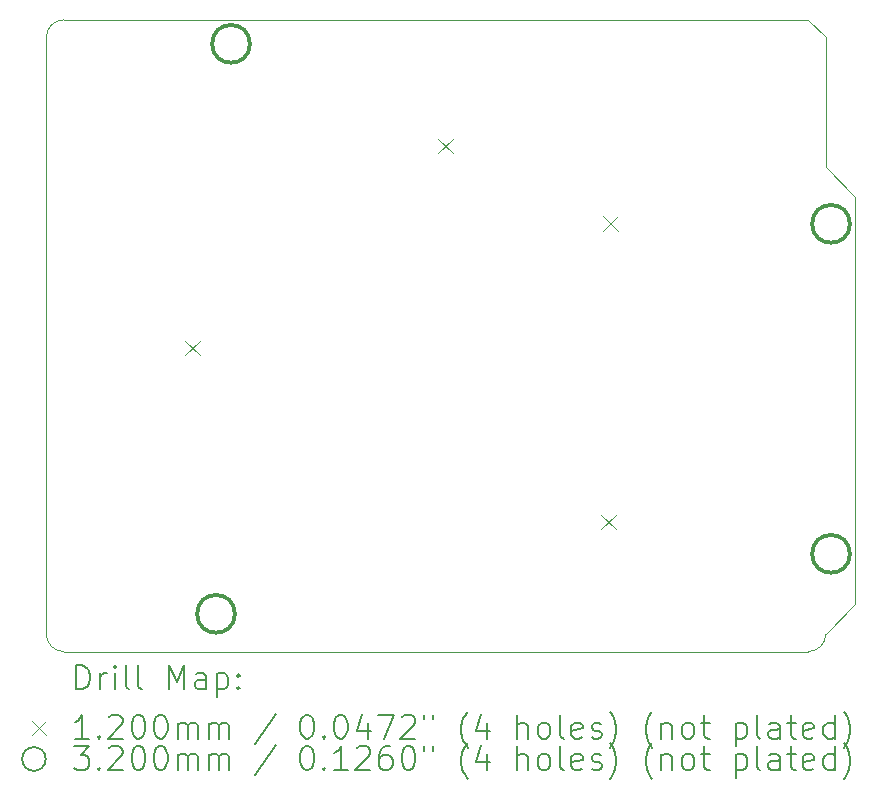
<source format=gbr>
%TF.GenerationSoftware,KiCad,Pcbnew,8.0.2*%
%TF.CreationDate,2025-02-02T01:14:49-07:00*%
%TF.ProjectId,drs,6472732e-6b69-4636-9164-5f7063625858,v1*%
%TF.SameCoordinates,Original*%
%TF.FileFunction,Drillmap*%
%TF.FilePolarity,Positive*%
%FSLAX45Y45*%
G04 Gerber Fmt 4.5, Leading zero omitted, Abs format (unit mm)*
G04 Created by KiCad (PCBNEW 8.0.2) date 2025-02-02 01:14:49*
%MOMM*%
%LPD*%
G01*
G04 APERTURE LIST*
%ADD10C,0.100000*%
%ADD11C,0.200000*%
%ADD12C,0.120000*%
%ADD13C,0.320000*%
G04 APERTURE END LIST*
D10*
X18300000Y-8450000D02*
X18300000Y-9050000D01*
X18050000Y-7100000D02*
X18050000Y-8200000D01*
X18050000Y-12150000D02*
G75*
G02*
X17900000Y-12300000I-150000J0D01*
G01*
X18300000Y-11900000D02*
X18050000Y-12150000D01*
X17900000Y-6950000D02*
X18050000Y-7100000D01*
X11600000Y-6950000D02*
X17900000Y-6950000D01*
X11450000Y-7100000D02*
G75*
G02*
X11600000Y-6950000I150000J0D01*
G01*
X18050000Y-8200000D02*
X18300000Y-8450000D01*
X11450000Y-7100000D02*
X11450000Y-12150000D01*
X17900000Y-12300000D02*
X11600000Y-12300000D01*
X11600000Y-12300000D02*
G75*
G02*
X11450000Y-12150000I0J150000D01*
G01*
X18300000Y-9050000D02*
X18300000Y-11900000D01*
D11*
D12*
X12627500Y-9670000D02*
X12747500Y-9790000D01*
X12747500Y-9670000D02*
X12627500Y-9790000D01*
X14770000Y-7960000D02*
X14890000Y-8080000D01*
X14890000Y-7960000D02*
X14770000Y-8080000D01*
X16150000Y-11140000D02*
X16270000Y-11260000D01*
X16270000Y-11140000D02*
X16150000Y-11260000D01*
X16167500Y-8615000D02*
X16287500Y-8735000D01*
X16287500Y-8615000D02*
X16167500Y-8735000D01*
D13*
X13047000Y-11980000D02*
G75*
G02*
X12727000Y-11980000I-160000J0D01*
G01*
X12727000Y-11980000D02*
G75*
G02*
X13047000Y-11980000I160000J0D01*
G01*
X13174000Y-7154000D02*
G75*
G02*
X12854000Y-7154000I-160000J0D01*
G01*
X12854000Y-7154000D02*
G75*
G02*
X13174000Y-7154000I160000J0D01*
G01*
X18254000Y-8678000D02*
G75*
G02*
X17934000Y-8678000I-160000J0D01*
G01*
X17934000Y-8678000D02*
G75*
G02*
X18254000Y-8678000I160000J0D01*
G01*
X18254000Y-11472000D02*
G75*
G02*
X17934000Y-11472000I-160000J0D01*
G01*
X17934000Y-11472000D02*
G75*
G02*
X18254000Y-11472000I160000J0D01*
G01*
D11*
X11705777Y-12616484D02*
X11705777Y-12416484D01*
X11705777Y-12416484D02*
X11753396Y-12416484D01*
X11753396Y-12416484D02*
X11781967Y-12426008D01*
X11781967Y-12426008D02*
X11801015Y-12445055D01*
X11801015Y-12445055D02*
X11810539Y-12464103D01*
X11810539Y-12464103D02*
X11820062Y-12502198D01*
X11820062Y-12502198D02*
X11820062Y-12530769D01*
X11820062Y-12530769D02*
X11810539Y-12568865D01*
X11810539Y-12568865D02*
X11801015Y-12587912D01*
X11801015Y-12587912D02*
X11781967Y-12606960D01*
X11781967Y-12606960D02*
X11753396Y-12616484D01*
X11753396Y-12616484D02*
X11705777Y-12616484D01*
X11905777Y-12616484D02*
X11905777Y-12483150D01*
X11905777Y-12521246D02*
X11915301Y-12502198D01*
X11915301Y-12502198D02*
X11924824Y-12492674D01*
X11924824Y-12492674D02*
X11943872Y-12483150D01*
X11943872Y-12483150D02*
X11962920Y-12483150D01*
X12029586Y-12616484D02*
X12029586Y-12483150D01*
X12029586Y-12416484D02*
X12020062Y-12426008D01*
X12020062Y-12426008D02*
X12029586Y-12435531D01*
X12029586Y-12435531D02*
X12039110Y-12426008D01*
X12039110Y-12426008D02*
X12029586Y-12416484D01*
X12029586Y-12416484D02*
X12029586Y-12435531D01*
X12153396Y-12616484D02*
X12134348Y-12606960D01*
X12134348Y-12606960D02*
X12124824Y-12587912D01*
X12124824Y-12587912D02*
X12124824Y-12416484D01*
X12258158Y-12616484D02*
X12239110Y-12606960D01*
X12239110Y-12606960D02*
X12229586Y-12587912D01*
X12229586Y-12587912D02*
X12229586Y-12416484D01*
X12486729Y-12616484D02*
X12486729Y-12416484D01*
X12486729Y-12416484D02*
X12553396Y-12559341D01*
X12553396Y-12559341D02*
X12620062Y-12416484D01*
X12620062Y-12416484D02*
X12620062Y-12616484D01*
X12801015Y-12616484D02*
X12801015Y-12511722D01*
X12801015Y-12511722D02*
X12791491Y-12492674D01*
X12791491Y-12492674D02*
X12772443Y-12483150D01*
X12772443Y-12483150D02*
X12734348Y-12483150D01*
X12734348Y-12483150D02*
X12715301Y-12492674D01*
X12801015Y-12606960D02*
X12781967Y-12616484D01*
X12781967Y-12616484D02*
X12734348Y-12616484D01*
X12734348Y-12616484D02*
X12715301Y-12606960D01*
X12715301Y-12606960D02*
X12705777Y-12587912D01*
X12705777Y-12587912D02*
X12705777Y-12568865D01*
X12705777Y-12568865D02*
X12715301Y-12549817D01*
X12715301Y-12549817D02*
X12734348Y-12540293D01*
X12734348Y-12540293D02*
X12781967Y-12540293D01*
X12781967Y-12540293D02*
X12801015Y-12530769D01*
X12896253Y-12483150D02*
X12896253Y-12683150D01*
X12896253Y-12492674D02*
X12915301Y-12483150D01*
X12915301Y-12483150D02*
X12953396Y-12483150D01*
X12953396Y-12483150D02*
X12972443Y-12492674D01*
X12972443Y-12492674D02*
X12981967Y-12502198D01*
X12981967Y-12502198D02*
X12991491Y-12521246D01*
X12991491Y-12521246D02*
X12991491Y-12578388D01*
X12991491Y-12578388D02*
X12981967Y-12597436D01*
X12981967Y-12597436D02*
X12972443Y-12606960D01*
X12972443Y-12606960D02*
X12953396Y-12616484D01*
X12953396Y-12616484D02*
X12915301Y-12616484D01*
X12915301Y-12616484D02*
X12896253Y-12606960D01*
X13077205Y-12597436D02*
X13086729Y-12606960D01*
X13086729Y-12606960D02*
X13077205Y-12616484D01*
X13077205Y-12616484D02*
X13067682Y-12606960D01*
X13067682Y-12606960D02*
X13077205Y-12597436D01*
X13077205Y-12597436D02*
X13077205Y-12616484D01*
X13077205Y-12492674D02*
X13086729Y-12502198D01*
X13086729Y-12502198D02*
X13077205Y-12511722D01*
X13077205Y-12511722D02*
X13067682Y-12502198D01*
X13067682Y-12502198D02*
X13077205Y-12492674D01*
X13077205Y-12492674D02*
X13077205Y-12511722D01*
D12*
X11325000Y-12885000D02*
X11445000Y-13005000D01*
X11445000Y-12885000D02*
X11325000Y-13005000D01*
D11*
X11810539Y-13036484D02*
X11696253Y-13036484D01*
X11753396Y-13036484D02*
X11753396Y-12836484D01*
X11753396Y-12836484D02*
X11734348Y-12865055D01*
X11734348Y-12865055D02*
X11715301Y-12884103D01*
X11715301Y-12884103D02*
X11696253Y-12893627D01*
X11896253Y-13017436D02*
X11905777Y-13026960D01*
X11905777Y-13026960D02*
X11896253Y-13036484D01*
X11896253Y-13036484D02*
X11886729Y-13026960D01*
X11886729Y-13026960D02*
X11896253Y-13017436D01*
X11896253Y-13017436D02*
X11896253Y-13036484D01*
X11981967Y-12855531D02*
X11991491Y-12846008D01*
X11991491Y-12846008D02*
X12010539Y-12836484D01*
X12010539Y-12836484D02*
X12058158Y-12836484D01*
X12058158Y-12836484D02*
X12077205Y-12846008D01*
X12077205Y-12846008D02*
X12086729Y-12855531D01*
X12086729Y-12855531D02*
X12096253Y-12874579D01*
X12096253Y-12874579D02*
X12096253Y-12893627D01*
X12096253Y-12893627D02*
X12086729Y-12922198D01*
X12086729Y-12922198D02*
X11972443Y-13036484D01*
X11972443Y-13036484D02*
X12096253Y-13036484D01*
X12220062Y-12836484D02*
X12239110Y-12836484D01*
X12239110Y-12836484D02*
X12258158Y-12846008D01*
X12258158Y-12846008D02*
X12267682Y-12855531D01*
X12267682Y-12855531D02*
X12277205Y-12874579D01*
X12277205Y-12874579D02*
X12286729Y-12912674D01*
X12286729Y-12912674D02*
X12286729Y-12960293D01*
X12286729Y-12960293D02*
X12277205Y-12998388D01*
X12277205Y-12998388D02*
X12267682Y-13017436D01*
X12267682Y-13017436D02*
X12258158Y-13026960D01*
X12258158Y-13026960D02*
X12239110Y-13036484D01*
X12239110Y-13036484D02*
X12220062Y-13036484D01*
X12220062Y-13036484D02*
X12201015Y-13026960D01*
X12201015Y-13026960D02*
X12191491Y-13017436D01*
X12191491Y-13017436D02*
X12181967Y-12998388D01*
X12181967Y-12998388D02*
X12172443Y-12960293D01*
X12172443Y-12960293D02*
X12172443Y-12912674D01*
X12172443Y-12912674D02*
X12181967Y-12874579D01*
X12181967Y-12874579D02*
X12191491Y-12855531D01*
X12191491Y-12855531D02*
X12201015Y-12846008D01*
X12201015Y-12846008D02*
X12220062Y-12836484D01*
X12410539Y-12836484D02*
X12429586Y-12836484D01*
X12429586Y-12836484D02*
X12448634Y-12846008D01*
X12448634Y-12846008D02*
X12458158Y-12855531D01*
X12458158Y-12855531D02*
X12467682Y-12874579D01*
X12467682Y-12874579D02*
X12477205Y-12912674D01*
X12477205Y-12912674D02*
X12477205Y-12960293D01*
X12477205Y-12960293D02*
X12467682Y-12998388D01*
X12467682Y-12998388D02*
X12458158Y-13017436D01*
X12458158Y-13017436D02*
X12448634Y-13026960D01*
X12448634Y-13026960D02*
X12429586Y-13036484D01*
X12429586Y-13036484D02*
X12410539Y-13036484D01*
X12410539Y-13036484D02*
X12391491Y-13026960D01*
X12391491Y-13026960D02*
X12381967Y-13017436D01*
X12381967Y-13017436D02*
X12372443Y-12998388D01*
X12372443Y-12998388D02*
X12362920Y-12960293D01*
X12362920Y-12960293D02*
X12362920Y-12912674D01*
X12362920Y-12912674D02*
X12372443Y-12874579D01*
X12372443Y-12874579D02*
X12381967Y-12855531D01*
X12381967Y-12855531D02*
X12391491Y-12846008D01*
X12391491Y-12846008D02*
X12410539Y-12836484D01*
X12562920Y-13036484D02*
X12562920Y-12903150D01*
X12562920Y-12922198D02*
X12572443Y-12912674D01*
X12572443Y-12912674D02*
X12591491Y-12903150D01*
X12591491Y-12903150D02*
X12620063Y-12903150D01*
X12620063Y-12903150D02*
X12639110Y-12912674D01*
X12639110Y-12912674D02*
X12648634Y-12931722D01*
X12648634Y-12931722D02*
X12648634Y-13036484D01*
X12648634Y-12931722D02*
X12658158Y-12912674D01*
X12658158Y-12912674D02*
X12677205Y-12903150D01*
X12677205Y-12903150D02*
X12705777Y-12903150D01*
X12705777Y-12903150D02*
X12724824Y-12912674D01*
X12724824Y-12912674D02*
X12734348Y-12931722D01*
X12734348Y-12931722D02*
X12734348Y-13036484D01*
X12829586Y-13036484D02*
X12829586Y-12903150D01*
X12829586Y-12922198D02*
X12839110Y-12912674D01*
X12839110Y-12912674D02*
X12858158Y-12903150D01*
X12858158Y-12903150D02*
X12886729Y-12903150D01*
X12886729Y-12903150D02*
X12905777Y-12912674D01*
X12905777Y-12912674D02*
X12915301Y-12931722D01*
X12915301Y-12931722D02*
X12915301Y-13036484D01*
X12915301Y-12931722D02*
X12924824Y-12912674D01*
X12924824Y-12912674D02*
X12943872Y-12903150D01*
X12943872Y-12903150D02*
X12972443Y-12903150D01*
X12972443Y-12903150D02*
X12991491Y-12912674D01*
X12991491Y-12912674D02*
X13001015Y-12931722D01*
X13001015Y-12931722D02*
X13001015Y-13036484D01*
X13391491Y-12826960D02*
X13220063Y-13084103D01*
X13648634Y-12836484D02*
X13667682Y-12836484D01*
X13667682Y-12836484D02*
X13686729Y-12846008D01*
X13686729Y-12846008D02*
X13696253Y-12855531D01*
X13696253Y-12855531D02*
X13705777Y-12874579D01*
X13705777Y-12874579D02*
X13715301Y-12912674D01*
X13715301Y-12912674D02*
X13715301Y-12960293D01*
X13715301Y-12960293D02*
X13705777Y-12998388D01*
X13705777Y-12998388D02*
X13696253Y-13017436D01*
X13696253Y-13017436D02*
X13686729Y-13026960D01*
X13686729Y-13026960D02*
X13667682Y-13036484D01*
X13667682Y-13036484D02*
X13648634Y-13036484D01*
X13648634Y-13036484D02*
X13629586Y-13026960D01*
X13629586Y-13026960D02*
X13620063Y-13017436D01*
X13620063Y-13017436D02*
X13610539Y-12998388D01*
X13610539Y-12998388D02*
X13601015Y-12960293D01*
X13601015Y-12960293D02*
X13601015Y-12912674D01*
X13601015Y-12912674D02*
X13610539Y-12874579D01*
X13610539Y-12874579D02*
X13620063Y-12855531D01*
X13620063Y-12855531D02*
X13629586Y-12846008D01*
X13629586Y-12846008D02*
X13648634Y-12836484D01*
X13801015Y-13017436D02*
X13810539Y-13026960D01*
X13810539Y-13026960D02*
X13801015Y-13036484D01*
X13801015Y-13036484D02*
X13791491Y-13026960D01*
X13791491Y-13026960D02*
X13801015Y-13017436D01*
X13801015Y-13017436D02*
X13801015Y-13036484D01*
X13934348Y-12836484D02*
X13953396Y-12836484D01*
X13953396Y-12836484D02*
X13972444Y-12846008D01*
X13972444Y-12846008D02*
X13981967Y-12855531D01*
X13981967Y-12855531D02*
X13991491Y-12874579D01*
X13991491Y-12874579D02*
X14001015Y-12912674D01*
X14001015Y-12912674D02*
X14001015Y-12960293D01*
X14001015Y-12960293D02*
X13991491Y-12998388D01*
X13991491Y-12998388D02*
X13981967Y-13017436D01*
X13981967Y-13017436D02*
X13972444Y-13026960D01*
X13972444Y-13026960D02*
X13953396Y-13036484D01*
X13953396Y-13036484D02*
X13934348Y-13036484D01*
X13934348Y-13036484D02*
X13915301Y-13026960D01*
X13915301Y-13026960D02*
X13905777Y-13017436D01*
X13905777Y-13017436D02*
X13896253Y-12998388D01*
X13896253Y-12998388D02*
X13886729Y-12960293D01*
X13886729Y-12960293D02*
X13886729Y-12912674D01*
X13886729Y-12912674D02*
X13896253Y-12874579D01*
X13896253Y-12874579D02*
X13905777Y-12855531D01*
X13905777Y-12855531D02*
X13915301Y-12846008D01*
X13915301Y-12846008D02*
X13934348Y-12836484D01*
X14172444Y-12903150D02*
X14172444Y-13036484D01*
X14124825Y-12826960D02*
X14077206Y-12969817D01*
X14077206Y-12969817D02*
X14201015Y-12969817D01*
X14258158Y-12836484D02*
X14391491Y-12836484D01*
X14391491Y-12836484D02*
X14305777Y-13036484D01*
X14458158Y-12855531D02*
X14467682Y-12846008D01*
X14467682Y-12846008D02*
X14486729Y-12836484D01*
X14486729Y-12836484D02*
X14534348Y-12836484D01*
X14534348Y-12836484D02*
X14553396Y-12846008D01*
X14553396Y-12846008D02*
X14562920Y-12855531D01*
X14562920Y-12855531D02*
X14572444Y-12874579D01*
X14572444Y-12874579D02*
X14572444Y-12893627D01*
X14572444Y-12893627D02*
X14562920Y-12922198D01*
X14562920Y-12922198D02*
X14448634Y-13036484D01*
X14448634Y-13036484D02*
X14572444Y-13036484D01*
X14648634Y-12836484D02*
X14648634Y-12874579D01*
X14724825Y-12836484D02*
X14724825Y-12874579D01*
X15020063Y-13112674D02*
X15010539Y-13103150D01*
X15010539Y-13103150D02*
X14991491Y-13074579D01*
X14991491Y-13074579D02*
X14981968Y-13055531D01*
X14981968Y-13055531D02*
X14972444Y-13026960D01*
X14972444Y-13026960D02*
X14962920Y-12979341D01*
X14962920Y-12979341D02*
X14962920Y-12941246D01*
X14962920Y-12941246D02*
X14972444Y-12893627D01*
X14972444Y-12893627D02*
X14981968Y-12865055D01*
X14981968Y-12865055D02*
X14991491Y-12846008D01*
X14991491Y-12846008D02*
X15010539Y-12817436D01*
X15010539Y-12817436D02*
X15020063Y-12807912D01*
X15181968Y-12903150D02*
X15181968Y-13036484D01*
X15134348Y-12826960D02*
X15086729Y-12969817D01*
X15086729Y-12969817D02*
X15210539Y-12969817D01*
X15439110Y-13036484D02*
X15439110Y-12836484D01*
X15524825Y-13036484D02*
X15524825Y-12931722D01*
X15524825Y-12931722D02*
X15515301Y-12912674D01*
X15515301Y-12912674D02*
X15496253Y-12903150D01*
X15496253Y-12903150D02*
X15467682Y-12903150D01*
X15467682Y-12903150D02*
X15448634Y-12912674D01*
X15448634Y-12912674D02*
X15439110Y-12922198D01*
X15648634Y-13036484D02*
X15629587Y-13026960D01*
X15629587Y-13026960D02*
X15620063Y-13017436D01*
X15620063Y-13017436D02*
X15610539Y-12998388D01*
X15610539Y-12998388D02*
X15610539Y-12941246D01*
X15610539Y-12941246D02*
X15620063Y-12922198D01*
X15620063Y-12922198D02*
X15629587Y-12912674D01*
X15629587Y-12912674D02*
X15648634Y-12903150D01*
X15648634Y-12903150D02*
X15677206Y-12903150D01*
X15677206Y-12903150D02*
X15696253Y-12912674D01*
X15696253Y-12912674D02*
X15705777Y-12922198D01*
X15705777Y-12922198D02*
X15715301Y-12941246D01*
X15715301Y-12941246D02*
X15715301Y-12998388D01*
X15715301Y-12998388D02*
X15705777Y-13017436D01*
X15705777Y-13017436D02*
X15696253Y-13026960D01*
X15696253Y-13026960D02*
X15677206Y-13036484D01*
X15677206Y-13036484D02*
X15648634Y-13036484D01*
X15829587Y-13036484D02*
X15810539Y-13026960D01*
X15810539Y-13026960D02*
X15801015Y-13007912D01*
X15801015Y-13007912D02*
X15801015Y-12836484D01*
X15981968Y-13026960D02*
X15962920Y-13036484D01*
X15962920Y-13036484D02*
X15924825Y-13036484D01*
X15924825Y-13036484D02*
X15905777Y-13026960D01*
X15905777Y-13026960D02*
X15896253Y-13007912D01*
X15896253Y-13007912D02*
X15896253Y-12931722D01*
X15896253Y-12931722D02*
X15905777Y-12912674D01*
X15905777Y-12912674D02*
X15924825Y-12903150D01*
X15924825Y-12903150D02*
X15962920Y-12903150D01*
X15962920Y-12903150D02*
X15981968Y-12912674D01*
X15981968Y-12912674D02*
X15991491Y-12931722D01*
X15991491Y-12931722D02*
X15991491Y-12950769D01*
X15991491Y-12950769D02*
X15896253Y-12969817D01*
X16067682Y-13026960D02*
X16086730Y-13036484D01*
X16086730Y-13036484D02*
X16124825Y-13036484D01*
X16124825Y-13036484D02*
X16143872Y-13026960D01*
X16143872Y-13026960D02*
X16153396Y-13007912D01*
X16153396Y-13007912D02*
X16153396Y-12998388D01*
X16153396Y-12998388D02*
X16143872Y-12979341D01*
X16143872Y-12979341D02*
X16124825Y-12969817D01*
X16124825Y-12969817D02*
X16096253Y-12969817D01*
X16096253Y-12969817D02*
X16077206Y-12960293D01*
X16077206Y-12960293D02*
X16067682Y-12941246D01*
X16067682Y-12941246D02*
X16067682Y-12931722D01*
X16067682Y-12931722D02*
X16077206Y-12912674D01*
X16077206Y-12912674D02*
X16096253Y-12903150D01*
X16096253Y-12903150D02*
X16124825Y-12903150D01*
X16124825Y-12903150D02*
X16143872Y-12912674D01*
X16220063Y-13112674D02*
X16229587Y-13103150D01*
X16229587Y-13103150D02*
X16248634Y-13074579D01*
X16248634Y-13074579D02*
X16258158Y-13055531D01*
X16258158Y-13055531D02*
X16267682Y-13026960D01*
X16267682Y-13026960D02*
X16277206Y-12979341D01*
X16277206Y-12979341D02*
X16277206Y-12941246D01*
X16277206Y-12941246D02*
X16267682Y-12893627D01*
X16267682Y-12893627D02*
X16258158Y-12865055D01*
X16258158Y-12865055D02*
X16248634Y-12846008D01*
X16248634Y-12846008D02*
X16229587Y-12817436D01*
X16229587Y-12817436D02*
X16220063Y-12807912D01*
X16581968Y-13112674D02*
X16572444Y-13103150D01*
X16572444Y-13103150D02*
X16553396Y-13074579D01*
X16553396Y-13074579D02*
X16543872Y-13055531D01*
X16543872Y-13055531D02*
X16534349Y-13026960D01*
X16534349Y-13026960D02*
X16524825Y-12979341D01*
X16524825Y-12979341D02*
X16524825Y-12941246D01*
X16524825Y-12941246D02*
X16534349Y-12893627D01*
X16534349Y-12893627D02*
X16543872Y-12865055D01*
X16543872Y-12865055D02*
X16553396Y-12846008D01*
X16553396Y-12846008D02*
X16572444Y-12817436D01*
X16572444Y-12817436D02*
X16581968Y-12807912D01*
X16658158Y-12903150D02*
X16658158Y-13036484D01*
X16658158Y-12922198D02*
X16667682Y-12912674D01*
X16667682Y-12912674D02*
X16686730Y-12903150D01*
X16686730Y-12903150D02*
X16715301Y-12903150D01*
X16715301Y-12903150D02*
X16734349Y-12912674D01*
X16734349Y-12912674D02*
X16743872Y-12931722D01*
X16743872Y-12931722D02*
X16743872Y-13036484D01*
X16867682Y-13036484D02*
X16848634Y-13026960D01*
X16848634Y-13026960D02*
X16839111Y-13017436D01*
X16839111Y-13017436D02*
X16829587Y-12998388D01*
X16829587Y-12998388D02*
X16829587Y-12941246D01*
X16829587Y-12941246D02*
X16839111Y-12922198D01*
X16839111Y-12922198D02*
X16848634Y-12912674D01*
X16848634Y-12912674D02*
X16867682Y-12903150D01*
X16867682Y-12903150D02*
X16896254Y-12903150D01*
X16896254Y-12903150D02*
X16915301Y-12912674D01*
X16915301Y-12912674D02*
X16924825Y-12922198D01*
X16924825Y-12922198D02*
X16934349Y-12941246D01*
X16934349Y-12941246D02*
X16934349Y-12998388D01*
X16934349Y-12998388D02*
X16924825Y-13017436D01*
X16924825Y-13017436D02*
X16915301Y-13026960D01*
X16915301Y-13026960D02*
X16896254Y-13036484D01*
X16896254Y-13036484D02*
X16867682Y-13036484D01*
X16991492Y-12903150D02*
X17067682Y-12903150D01*
X17020063Y-12836484D02*
X17020063Y-13007912D01*
X17020063Y-13007912D02*
X17029587Y-13026960D01*
X17029587Y-13026960D02*
X17048634Y-13036484D01*
X17048634Y-13036484D02*
X17067682Y-13036484D01*
X17286730Y-12903150D02*
X17286730Y-13103150D01*
X17286730Y-12912674D02*
X17305777Y-12903150D01*
X17305777Y-12903150D02*
X17343873Y-12903150D01*
X17343873Y-12903150D02*
X17362920Y-12912674D01*
X17362920Y-12912674D02*
X17372444Y-12922198D01*
X17372444Y-12922198D02*
X17381968Y-12941246D01*
X17381968Y-12941246D02*
X17381968Y-12998388D01*
X17381968Y-12998388D02*
X17372444Y-13017436D01*
X17372444Y-13017436D02*
X17362920Y-13026960D01*
X17362920Y-13026960D02*
X17343873Y-13036484D01*
X17343873Y-13036484D02*
X17305777Y-13036484D01*
X17305777Y-13036484D02*
X17286730Y-13026960D01*
X17496254Y-13036484D02*
X17477206Y-13026960D01*
X17477206Y-13026960D02*
X17467682Y-13007912D01*
X17467682Y-13007912D02*
X17467682Y-12836484D01*
X17658158Y-13036484D02*
X17658158Y-12931722D01*
X17658158Y-12931722D02*
X17648635Y-12912674D01*
X17648635Y-12912674D02*
X17629587Y-12903150D01*
X17629587Y-12903150D02*
X17591492Y-12903150D01*
X17591492Y-12903150D02*
X17572444Y-12912674D01*
X17658158Y-13026960D02*
X17639111Y-13036484D01*
X17639111Y-13036484D02*
X17591492Y-13036484D01*
X17591492Y-13036484D02*
X17572444Y-13026960D01*
X17572444Y-13026960D02*
X17562920Y-13007912D01*
X17562920Y-13007912D02*
X17562920Y-12988865D01*
X17562920Y-12988865D02*
X17572444Y-12969817D01*
X17572444Y-12969817D02*
X17591492Y-12960293D01*
X17591492Y-12960293D02*
X17639111Y-12960293D01*
X17639111Y-12960293D02*
X17658158Y-12950769D01*
X17724825Y-12903150D02*
X17801015Y-12903150D01*
X17753396Y-12836484D02*
X17753396Y-13007912D01*
X17753396Y-13007912D02*
X17762920Y-13026960D01*
X17762920Y-13026960D02*
X17781968Y-13036484D01*
X17781968Y-13036484D02*
X17801015Y-13036484D01*
X17943873Y-13026960D02*
X17924825Y-13036484D01*
X17924825Y-13036484D02*
X17886730Y-13036484D01*
X17886730Y-13036484D02*
X17867682Y-13026960D01*
X17867682Y-13026960D02*
X17858158Y-13007912D01*
X17858158Y-13007912D02*
X17858158Y-12931722D01*
X17858158Y-12931722D02*
X17867682Y-12912674D01*
X17867682Y-12912674D02*
X17886730Y-12903150D01*
X17886730Y-12903150D02*
X17924825Y-12903150D01*
X17924825Y-12903150D02*
X17943873Y-12912674D01*
X17943873Y-12912674D02*
X17953396Y-12931722D01*
X17953396Y-12931722D02*
X17953396Y-12950769D01*
X17953396Y-12950769D02*
X17858158Y-12969817D01*
X18124825Y-13036484D02*
X18124825Y-12836484D01*
X18124825Y-13026960D02*
X18105777Y-13036484D01*
X18105777Y-13036484D02*
X18067682Y-13036484D01*
X18067682Y-13036484D02*
X18048635Y-13026960D01*
X18048635Y-13026960D02*
X18039111Y-13017436D01*
X18039111Y-13017436D02*
X18029587Y-12998388D01*
X18029587Y-12998388D02*
X18029587Y-12941246D01*
X18029587Y-12941246D02*
X18039111Y-12922198D01*
X18039111Y-12922198D02*
X18048635Y-12912674D01*
X18048635Y-12912674D02*
X18067682Y-12903150D01*
X18067682Y-12903150D02*
X18105777Y-12903150D01*
X18105777Y-12903150D02*
X18124825Y-12912674D01*
X18201016Y-13112674D02*
X18210539Y-13103150D01*
X18210539Y-13103150D02*
X18229587Y-13074579D01*
X18229587Y-13074579D02*
X18239111Y-13055531D01*
X18239111Y-13055531D02*
X18248635Y-13026960D01*
X18248635Y-13026960D02*
X18258158Y-12979341D01*
X18258158Y-12979341D02*
X18258158Y-12941246D01*
X18258158Y-12941246D02*
X18248635Y-12893627D01*
X18248635Y-12893627D02*
X18239111Y-12865055D01*
X18239111Y-12865055D02*
X18229587Y-12846008D01*
X18229587Y-12846008D02*
X18210539Y-12817436D01*
X18210539Y-12817436D02*
X18201016Y-12807912D01*
X11445000Y-13209000D02*
G75*
G02*
X11245000Y-13209000I-100000J0D01*
G01*
X11245000Y-13209000D02*
G75*
G02*
X11445000Y-13209000I100000J0D01*
G01*
X11686729Y-13100484D02*
X11810539Y-13100484D01*
X11810539Y-13100484D02*
X11743872Y-13176674D01*
X11743872Y-13176674D02*
X11772443Y-13176674D01*
X11772443Y-13176674D02*
X11791491Y-13186198D01*
X11791491Y-13186198D02*
X11801015Y-13195722D01*
X11801015Y-13195722D02*
X11810539Y-13214769D01*
X11810539Y-13214769D02*
X11810539Y-13262388D01*
X11810539Y-13262388D02*
X11801015Y-13281436D01*
X11801015Y-13281436D02*
X11791491Y-13290960D01*
X11791491Y-13290960D02*
X11772443Y-13300484D01*
X11772443Y-13300484D02*
X11715301Y-13300484D01*
X11715301Y-13300484D02*
X11696253Y-13290960D01*
X11696253Y-13290960D02*
X11686729Y-13281436D01*
X11896253Y-13281436D02*
X11905777Y-13290960D01*
X11905777Y-13290960D02*
X11896253Y-13300484D01*
X11896253Y-13300484D02*
X11886729Y-13290960D01*
X11886729Y-13290960D02*
X11896253Y-13281436D01*
X11896253Y-13281436D02*
X11896253Y-13300484D01*
X11981967Y-13119531D02*
X11991491Y-13110008D01*
X11991491Y-13110008D02*
X12010539Y-13100484D01*
X12010539Y-13100484D02*
X12058158Y-13100484D01*
X12058158Y-13100484D02*
X12077205Y-13110008D01*
X12077205Y-13110008D02*
X12086729Y-13119531D01*
X12086729Y-13119531D02*
X12096253Y-13138579D01*
X12096253Y-13138579D02*
X12096253Y-13157627D01*
X12096253Y-13157627D02*
X12086729Y-13186198D01*
X12086729Y-13186198D02*
X11972443Y-13300484D01*
X11972443Y-13300484D02*
X12096253Y-13300484D01*
X12220062Y-13100484D02*
X12239110Y-13100484D01*
X12239110Y-13100484D02*
X12258158Y-13110008D01*
X12258158Y-13110008D02*
X12267682Y-13119531D01*
X12267682Y-13119531D02*
X12277205Y-13138579D01*
X12277205Y-13138579D02*
X12286729Y-13176674D01*
X12286729Y-13176674D02*
X12286729Y-13224293D01*
X12286729Y-13224293D02*
X12277205Y-13262388D01*
X12277205Y-13262388D02*
X12267682Y-13281436D01*
X12267682Y-13281436D02*
X12258158Y-13290960D01*
X12258158Y-13290960D02*
X12239110Y-13300484D01*
X12239110Y-13300484D02*
X12220062Y-13300484D01*
X12220062Y-13300484D02*
X12201015Y-13290960D01*
X12201015Y-13290960D02*
X12191491Y-13281436D01*
X12191491Y-13281436D02*
X12181967Y-13262388D01*
X12181967Y-13262388D02*
X12172443Y-13224293D01*
X12172443Y-13224293D02*
X12172443Y-13176674D01*
X12172443Y-13176674D02*
X12181967Y-13138579D01*
X12181967Y-13138579D02*
X12191491Y-13119531D01*
X12191491Y-13119531D02*
X12201015Y-13110008D01*
X12201015Y-13110008D02*
X12220062Y-13100484D01*
X12410539Y-13100484D02*
X12429586Y-13100484D01*
X12429586Y-13100484D02*
X12448634Y-13110008D01*
X12448634Y-13110008D02*
X12458158Y-13119531D01*
X12458158Y-13119531D02*
X12467682Y-13138579D01*
X12467682Y-13138579D02*
X12477205Y-13176674D01*
X12477205Y-13176674D02*
X12477205Y-13224293D01*
X12477205Y-13224293D02*
X12467682Y-13262388D01*
X12467682Y-13262388D02*
X12458158Y-13281436D01*
X12458158Y-13281436D02*
X12448634Y-13290960D01*
X12448634Y-13290960D02*
X12429586Y-13300484D01*
X12429586Y-13300484D02*
X12410539Y-13300484D01*
X12410539Y-13300484D02*
X12391491Y-13290960D01*
X12391491Y-13290960D02*
X12381967Y-13281436D01*
X12381967Y-13281436D02*
X12372443Y-13262388D01*
X12372443Y-13262388D02*
X12362920Y-13224293D01*
X12362920Y-13224293D02*
X12362920Y-13176674D01*
X12362920Y-13176674D02*
X12372443Y-13138579D01*
X12372443Y-13138579D02*
X12381967Y-13119531D01*
X12381967Y-13119531D02*
X12391491Y-13110008D01*
X12391491Y-13110008D02*
X12410539Y-13100484D01*
X12562920Y-13300484D02*
X12562920Y-13167150D01*
X12562920Y-13186198D02*
X12572443Y-13176674D01*
X12572443Y-13176674D02*
X12591491Y-13167150D01*
X12591491Y-13167150D02*
X12620063Y-13167150D01*
X12620063Y-13167150D02*
X12639110Y-13176674D01*
X12639110Y-13176674D02*
X12648634Y-13195722D01*
X12648634Y-13195722D02*
X12648634Y-13300484D01*
X12648634Y-13195722D02*
X12658158Y-13176674D01*
X12658158Y-13176674D02*
X12677205Y-13167150D01*
X12677205Y-13167150D02*
X12705777Y-13167150D01*
X12705777Y-13167150D02*
X12724824Y-13176674D01*
X12724824Y-13176674D02*
X12734348Y-13195722D01*
X12734348Y-13195722D02*
X12734348Y-13300484D01*
X12829586Y-13300484D02*
X12829586Y-13167150D01*
X12829586Y-13186198D02*
X12839110Y-13176674D01*
X12839110Y-13176674D02*
X12858158Y-13167150D01*
X12858158Y-13167150D02*
X12886729Y-13167150D01*
X12886729Y-13167150D02*
X12905777Y-13176674D01*
X12905777Y-13176674D02*
X12915301Y-13195722D01*
X12915301Y-13195722D02*
X12915301Y-13300484D01*
X12915301Y-13195722D02*
X12924824Y-13176674D01*
X12924824Y-13176674D02*
X12943872Y-13167150D01*
X12943872Y-13167150D02*
X12972443Y-13167150D01*
X12972443Y-13167150D02*
X12991491Y-13176674D01*
X12991491Y-13176674D02*
X13001015Y-13195722D01*
X13001015Y-13195722D02*
X13001015Y-13300484D01*
X13391491Y-13090960D02*
X13220063Y-13348103D01*
X13648634Y-13100484D02*
X13667682Y-13100484D01*
X13667682Y-13100484D02*
X13686729Y-13110008D01*
X13686729Y-13110008D02*
X13696253Y-13119531D01*
X13696253Y-13119531D02*
X13705777Y-13138579D01*
X13705777Y-13138579D02*
X13715301Y-13176674D01*
X13715301Y-13176674D02*
X13715301Y-13224293D01*
X13715301Y-13224293D02*
X13705777Y-13262388D01*
X13705777Y-13262388D02*
X13696253Y-13281436D01*
X13696253Y-13281436D02*
X13686729Y-13290960D01*
X13686729Y-13290960D02*
X13667682Y-13300484D01*
X13667682Y-13300484D02*
X13648634Y-13300484D01*
X13648634Y-13300484D02*
X13629586Y-13290960D01*
X13629586Y-13290960D02*
X13620063Y-13281436D01*
X13620063Y-13281436D02*
X13610539Y-13262388D01*
X13610539Y-13262388D02*
X13601015Y-13224293D01*
X13601015Y-13224293D02*
X13601015Y-13176674D01*
X13601015Y-13176674D02*
X13610539Y-13138579D01*
X13610539Y-13138579D02*
X13620063Y-13119531D01*
X13620063Y-13119531D02*
X13629586Y-13110008D01*
X13629586Y-13110008D02*
X13648634Y-13100484D01*
X13801015Y-13281436D02*
X13810539Y-13290960D01*
X13810539Y-13290960D02*
X13801015Y-13300484D01*
X13801015Y-13300484D02*
X13791491Y-13290960D01*
X13791491Y-13290960D02*
X13801015Y-13281436D01*
X13801015Y-13281436D02*
X13801015Y-13300484D01*
X14001015Y-13300484D02*
X13886729Y-13300484D01*
X13943872Y-13300484D02*
X13943872Y-13100484D01*
X13943872Y-13100484D02*
X13924825Y-13129055D01*
X13924825Y-13129055D02*
X13905777Y-13148103D01*
X13905777Y-13148103D02*
X13886729Y-13157627D01*
X14077206Y-13119531D02*
X14086729Y-13110008D01*
X14086729Y-13110008D02*
X14105777Y-13100484D01*
X14105777Y-13100484D02*
X14153396Y-13100484D01*
X14153396Y-13100484D02*
X14172444Y-13110008D01*
X14172444Y-13110008D02*
X14181967Y-13119531D01*
X14181967Y-13119531D02*
X14191491Y-13138579D01*
X14191491Y-13138579D02*
X14191491Y-13157627D01*
X14191491Y-13157627D02*
X14181967Y-13186198D01*
X14181967Y-13186198D02*
X14067682Y-13300484D01*
X14067682Y-13300484D02*
X14191491Y-13300484D01*
X14362920Y-13100484D02*
X14324825Y-13100484D01*
X14324825Y-13100484D02*
X14305777Y-13110008D01*
X14305777Y-13110008D02*
X14296253Y-13119531D01*
X14296253Y-13119531D02*
X14277206Y-13148103D01*
X14277206Y-13148103D02*
X14267682Y-13186198D01*
X14267682Y-13186198D02*
X14267682Y-13262388D01*
X14267682Y-13262388D02*
X14277206Y-13281436D01*
X14277206Y-13281436D02*
X14286729Y-13290960D01*
X14286729Y-13290960D02*
X14305777Y-13300484D01*
X14305777Y-13300484D02*
X14343872Y-13300484D01*
X14343872Y-13300484D02*
X14362920Y-13290960D01*
X14362920Y-13290960D02*
X14372444Y-13281436D01*
X14372444Y-13281436D02*
X14381967Y-13262388D01*
X14381967Y-13262388D02*
X14381967Y-13214769D01*
X14381967Y-13214769D02*
X14372444Y-13195722D01*
X14372444Y-13195722D02*
X14362920Y-13186198D01*
X14362920Y-13186198D02*
X14343872Y-13176674D01*
X14343872Y-13176674D02*
X14305777Y-13176674D01*
X14305777Y-13176674D02*
X14286729Y-13186198D01*
X14286729Y-13186198D02*
X14277206Y-13195722D01*
X14277206Y-13195722D02*
X14267682Y-13214769D01*
X14505777Y-13100484D02*
X14524825Y-13100484D01*
X14524825Y-13100484D02*
X14543872Y-13110008D01*
X14543872Y-13110008D02*
X14553396Y-13119531D01*
X14553396Y-13119531D02*
X14562920Y-13138579D01*
X14562920Y-13138579D02*
X14572444Y-13176674D01*
X14572444Y-13176674D02*
X14572444Y-13224293D01*
X14572444Y-13224293D02*
X14562920Y-13262388D01*
X14562920Y-13262388D02*
X14553396Y-13281436D01*
X14553396Y-13281436D02*
X14543872Y-13290960D01*
X14543872Y-13290960D02*
X14524825Y-13300484D01*
X14524825Y-13300484D02*
X14505777Y-13300484D01*
X14505777Y-13300484D02*
X14486729Y-13290960D01*
X14486729Y-13290960D02*
X14477206Y-13281436D01*
X14477206Y-13281436D02*
X14467682Y-13262388D01*
X14467682Y-13262388D02*
X14458158Y-13224293D01*
X14458158Y-13224293D02*
X14458158Y-13176674D01*
X14458158Y-13176674D02*
X14467682Y-13138579D01*
X14467682Y-13138579D02*
X14477206Y-13119531D01*
X14477206Y-13119531D02*
X14486729Y-13110008D01*
X14486729Y-13110008D02*
X14505777Y-13100484D01*
X14648634Y-13100484D02*
X14648634Y-13138579D01*
X14724825Y-13100484D02*
X14724825Y-13138579D01*
X15020063Y-13376674D02*
X15010539Y-13367150D01*
X15010539Y-13367150D02*
X14991491Y-13338579D01*
X14991491Y-13338579D02*
X14981968Y-13319531D01*
X14981968Y-13319531D02*
X14972444Y-13290960D01*
X14972444Y-13290960D02*
X14962920Y-13243341D01*
X14962920Y-13243341D02*
X14962920Y-13205246D01*
X14962920Y-13205246D02*
X14972444Y-13157627D01*
X14972444Y-13157627D02*
X14981968Y-13129055D01*
X14981968Y-13129055D02*
X14991491Y-13110008D01*
X14991491Y-13110008D02*
X15010539Y-13081436D01*
X15010539Y-13081436D02*
X15020063Y-13071912D01*
X15181968Y-13167150D02*
X15181968Y-13300484D01*
X15134348Y-13090960D02*
X15086729Y-13233817D01*
X15086729Y-13233817D02*
X15210539Y-13233817D01*
X15439110Y-13300484D02*
X15439110Y-13100484D01*
X15524825Y-13300484D02*
X15524825Y-13195722D01*
X15524825Y-13195722D02*
X15515301Y-13176674D01*
X15515301Y-13176674D02*
X15496253Y-13167150D01*
X15496253Y-13167150D02*
X15467682Y-13167150D01*
X15467682Y-13167150D02*
X15448634Y-13176674D01*
X15448634Y-13176674D02*
X15439110Y-13186198D01*
X15648634Y-13300484D02*
X15629587Y-13290960D01*
X15629587Y-13290960D02*
X15620063Y-13281436D01*
X15620063Y-13281436D02*
X15610539Y-13262388D01*
X15610539Y-13262388D02*
X15610539Y-13205246D01*
X15610539Y-13205246D02*
X15620063Y-13186198D01*
X15620063Y-13186198D02*
X15629587Y-13176674D01*
X15629587Y-13176674D02*
X15648634Y-13167150D01*
X15648634Y-13167150D02*
X15677206Y-13167150D01*
X15677206Y-13167150D02*
X15696253Y-13176674D01*
X15696253Y-13176674D02*
X15705777Y-13186198D01*
X15705777Y-13186198D02*
X15715301Y-13205246D01*
X15715301Y-13205246D02*
X15715301Y-13262388D01*
X15715301Y-13262388D02*
X15705777Y-13281436D01*
X15705777Y-13281436D02*
X15696253Y-13290960D01*
X15696253Y-13290960D02*
X15677206Y-13300484D01*
X15677206Y-13300484D02*
X15648634Y-13300484D01*
X15829587Y-13300484D02*
X15810539Y-13290960D01*
X15810539Y-13290960D02*
X15801015Y-13271912D01*
X15801015Y-13271912D02*
X15801015Y-13100484D01*
X15981968Y-13290960D02*
X15962920Y-13300484D01*
X15962920Y-13300484D02*
X15924825Y-13300484D01*
X15924825Y-13300484D02*
X15905777Y-13290960D01*
X15905777Y-13290960D02*
X15896253Y-13271912D01*
X15896253Y-13271912D02*
X15896253Y-13195722D01*
X15896253Y-13195722D02*
X15905777Y-13176674D01*
X15905777Y-13176674D02*
X15924825Y-13167150D01*
X15924825Y-13167150D02*
X15962920Y-13167150D01*
X15962920Y-13167150D02*
X15981968Y-13176674D01*
X15981968Y-13176674D02*
X15991491Y-13195722D01*
X15991491Y-13195722D02*
X15991491Y-13214769D01*
X15991491Y-13214769D02*
X15896253Y-13233817D01*
X16067682Y-13290960D02*
X16086730Y-13300484D01*
X16086730Y-13300484D02*
X16124825Y-13300484D01*
X16124825Y-13300484D02*
X16143872Y-13290960D01*
X16143872Y-13290960D02*
X16153396Y-13271912D01*
X16153396Y-13271912D02*
X16153396Y-13262388D01*
X16153396Y-13262388D02*
X16143872Y-13243341D01*
X16143872Y-13243341D02*
X16124825Y-13233817D01*
X16124825Y-13233817D02*
X16096253Y-13233817D01*
X16096253Y-13233817D02*
X16077206Y-13224293D01*
X16077206Y-13224293D02*
X16067682Y-13205246D01*
X16067682Y-13205246D02*
X16067682Y-13195722D01*
X16067682Y-13195722D02*
X16077206Y-13176674D01*
X16077206Y-13176674D02*
X16096253Y-13167150D01*
X16096253Y-13167150D02*
X16124825Y-13167150D01*
X16124825Y-13167150D02*
X16143872Y-13176674D01*
X16220063Y-13376674D02*
X16229587Y-13367150D01*
X16229587Y-13367150D02*
X16248634Y-13338579D01*
X16248634Y-13338579D02*
X16258158Y-13319531D01*
X16258158Y-13319531D02*
X16267682Y-13290960D01*
X16267682Y-13290960D02*
X16277206Y-13243341D01*
X16277206Y-13243341D02*
X16277206Y-13205246D01*
X16277206Y-13205246D02*
X16267682Y-13157627D01*
X16267682Y-13157627D02*
X16258158Y-13129055D01*
X16258158Y-13129055D02*
X16248634Y-13110008D01*
X16248634Y-13110008D02*
X16229587Y-13081436D01*
X16229587Y-13081436D02*
X16220063Y-13071912D01*
X16581968Y-13376674D02*
X16572444Y-13367150D01*
X16572444Y-13367150D02*
X16553396Y-13338579D01*
X16553396Y-13338579D02*
X16543872Y-13319531D01*
X16543872Y-13319531D02*
X16534349Y-13290960D01*
X16534349Y-13290960D02*
X16524825Y-13243341D01*
X16524825Y-13243341D02*
X16524825Y-13205246D01*
X16524825Y-13205246D02*
X16534349Y-13157627D01*
X16534349Y-13157627D02*
X16543872Y-13129055D01*
X16543872Y-13129055D02*
X16553396Y-13110008D01*
X16553396Y-13110008D02*
X16572444Y-13081436D01*
X16572444Y-13081436D02*
X16581968Y-13071912D01*
X16658158Y-13167150D02*
X16658158Y-13300484D01*
X16658158Y-13186198D02*
X16667682Y-13176674D01*
X16667682Y-13176674D02*
X16686730Y-13167150D01*
X16686730Y-13167150D02*
X16715301Y-13167150D01*
X16715301Y-13167150D02*
X16734349Y-13176674D01*
X16734349Y-13176674D02*
X16743872Y-13195722D01*
X16743872Y-13195722D02*
X16743872Y-13300484D01*
X16867682Y-13300484D02*
X16848634Y-13290960D01*
X16848634Y-13290960D02*
X16839111Y-13281436D01*
X16839111Y-13281436D02*
X16829587Y-13262388D01*
X16829587Y-13262388D02*
X16829587Y-13205246D01*
X16829587Y-13205246D02*
X16839111Y-13186198D01*
X16839111Y-13186198D02*
X16848634Y-13176674D01*
X16848634Y-13176674D02*
X16867682Y-13167150D01*
X16867682Y-13167150D02*
X16896254Y-13167150D01*
X16896254Y-13167150D02*
X16915301Y-13176674D01*
X16915301Y-13176674D02*
X16924825Y-13186198D01*
X16924825Y-13186198D02*
X16934349Y-13205246D01*
X16934349Y-13205246D02*
X16934349Y-13262388D01*
X16934349Y-13262388D02*
X16924825Y-13281436D01*
X16924825Y-13281436D02*
X16915301Y-13290960D01*
X16915301Y-13290960D02*
X16896254Y-13300484D01*
X16896254Y-13300484D02*
X16867682Y-13300484D01*
X16991492Y-13167150D02*
X17067682Y-13167150D01*
X17020063Y-13100484D02*
X17020063Y-13271912D01*
X17020063Y-13271912D02*
X17029587Y-13290960D01*
X17029587Y-13290960D02*
X17048634Y-13300484D01*
X17048634Y-13300484D02*
X17067682Y-13300484D01*
X17286730Y-13167150D02*
X17286730Y-13367150D01*
X17286730Y-13176674D02*
X17305777Y-13167150D01*
X17305777Y-13167150D02*
X17343873Y-13167150D01*
X17343873Y-13167150D02*
X17362920Y-13176674D01*
X17362920Y-13176674D02*
X17372444Y-13186198D01*
X17372444Y-13186198D02*
X17381968Y-13205246D01*
X17381968Y-13205246D02*
X17381968Y-13262388D01*
X17381968Y-13262388D02*
X17372444Y-13281436D01*
X17372444Y-13281436D02*
X17362920Y-13290960D01*
X17362920Y-13290960D02*
X17343873Y-13300484D01*
X17343873Y-13300484D02*
X17305777Y-13300484D01*
X17305777Y-13300484D02*
X17286730Y-13290960D01*
X17496254Y-13300484D02*
X17477206Y-13290960D01*
X17477206Y-13290960D02*
X17467682Y-13271912D01*
X17467682Y-13271912D02*
X17467682Y-13100484D01*
X17658158Y-13300484D02*
X17658158Y-13195722D01*
X17658158Y-13195722D02*
X17648635Y-13176674D01*
X17648635Y-13176674D02*
X17629587Y-13167150D01*
X17629587Y-13167150D02*
X17591492Y-13167150D01*
X17591492Y-13167150D02*
X17572444Y-13176674D01*
X17658158Y-13290960D02*
X17639111Y-13300484D01*
X17639111Y-13300484D02*
X17591492Y-13300484D01*
X17591492Y-13300484D02*
X17572444Y-13290960D01*
X17572444Y-13290960D02*
X17562920Y-13271912D01*
X17562920Y-13271912D02*
X17562920Y-13252865D01*
X17562920Y-13252865D02*
X17572444Y-13233817D01*
X17572444Y-13233817D02*
X17591492Y-13224293D01*
X17591492Y-13224293D02*
X17639111Y-13224293D01*
X17639111Y-13224293D02*
X17658158Y-13214769D01*
X17724825Y-13167150D02*
X17801015Y-13167150D01*
X17753396Y-13100484D02*
X17753396Y-13271912D01*
X17753396Y-13271912D02*
X17762920Y-13290960D01*
X17762920Y-13290960D02*
X17781968Y-13300484D01*
X17781968Y-13300484D02*
X17801015Y-13300484D01*
X17943873Y-13290960D02*
X17924825Y-13300484D01*
X17924825Y-13300484D02*
X17886730Y-13300484D01*
X17886730Y-13300484D02*
X17867682Y-13290960D01*
X17867682Y-13290960D02*
X17858158Y-13271912D01*
X17858158Y-13271912D02*
X17858158Y-13195722D01*
X17858158Y-13195722D02*
X17867682Y-13176674D01*
X17867682Y-13176674D02*
X17886730Y-13167150D01*
X17886730Y-13167150D02*
X17924825Y-13167150D01*
X17924825Y-13167150D02*
X17943873Y-13176674D01*
X17943873Y-13176674D02*
X17953396Y-13195722D01*
X17953396Y-13195722D02*
X17953396Y-13214769D01*
X17953396Y-13214769D02*
X17858158Y-13233817D01*
X18124825Y-13300484D02*
X18124825Y-13100484D01*
X18124825Y-13290960D02*
X18105777Y-13300484D01*
X18105777Y-13300484D02*
X18067682Y-13300484D01*
X18067682Y-13300484D02*
X18048635Y-13290960D01*
X18048635Y-13290960D02*
X18039111Y-13281436D01*
X18039111Y-13281436D02*
X18029587Y-13262388D01*
X18029587Y-13262388D02*
X18029587Y-13205246D01*
X18029587Y-13205246D02*
X18039111Y-13186198D01*
X18039111Y-13186198D02*
X18048635Y-13176674D01*
X18048635Y-13176674D02*
X18067682Y-13167150D01*
X18067682Y-13167150D02*
X18105777Y-13167150D01*
X18105777Y-13167150D02*
X18124825Y-13176674D01*
X18201016Y-13376674D02*
X18210539Y-13367150D01*
X18210539Y-13367150D02*
X18229587Y-13338579D01*
X18229587Y-13338579D02*
X18239111Y-13319531D01*
X18239111Y-13319531D02*
X18248635Y-13290960D01*
X18248635Y-13290960D02*
X18258158Y-13243341D01*
X18258158Y-13243341D02*
X18258158Y-13205246D01*
X18258158Y-13205246D02*
X18248635Y-13157627D01*
X18248635Y-13157627D02*
X18239111Y-13129055D01*
X18239111Y-13129055D02*
X18229587Y-13110008D01*
X18229587Y-13110008D02*
X18210539Y-13081436D01*
X18210539Y-13081436D02*
X18201016Y-13071912D01*
M02*

</source>
